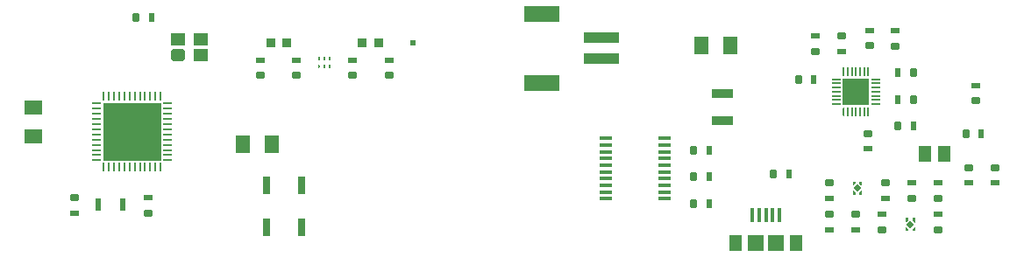
<source format=gtp>
G04*
G04 #@! TF.GenerationSoftware,Altium Limited,Altium Designer,21.3.2 (30)*
G04*
G04 Layer_Color=8421504*
%FSLAX44Y44*%
%MOMM*%
G71*
G04*
G04 #@! TF.SameCoordinates,BB622590-8895-4630-97EF-0A5410F07859*
G04*
G04*
G04 #@! TF.FilePolarity,Positive*
G04*
G01*
G75*
G04:AMPARAMS|DCode=16|XSize=0.4mm|YSize=1.2mm|CornerRadius=0.05mm|HoleSize=0mm|Usage=FLASHONLY|Rotation=90.000|XOffset=0mm|YOffset=0mm|HoleType=Round|Shape=RoundedRectangle|*
%AMROUNDEDRECTD16*
21,1,0.4000,1.1000,0,0,90.0*
21,1,0.3000,1.2000,0,0,90.0*
1,1,0.1000,0.5500,0.1500*
1,1,0.1000,0.5500,-0.1500*
1,1,0.1000,-0.5500,-0.1500*
1,1,0.1000,-0.5500,0.1500*
%
%ADD16ROUNDEDRECTD16*%
%ADD17R,3.5000X1.0000*%
%ADD18R,3.4000X1.5000*%
%ADD19R,0.4800X0.4800*%
%ADD20R,1.8000X1.4000*%
%ADD21R,1.3000X1.5000*%
%ADD22R,1.5000X1.5500*%
%ADD23R,0.4000X1.3500*%
%ADD24R,2.1000X0.9000*%
%ADD25R,2.6000X2.6000*%
%ADD26R,0.8500X0.2000*%
%ADD27R,0.2000X0.8500*%
G04:AMPARAMS|DCode=28|XSize=0.2mm|YSize=0.85mm|CornerRadius=0.05mm|HoleSize=0mm|Usage=FLASHONLY|Rotation=180.000|XOffset=0mm|YOffset=0mm|HoleType=Round|Shape=RoundedRectangle|*
%AMROUNDEDRECTD28*
21,1,0.2000,0.7500,0,0,180.0*
21,1,0.1000,0.8500,0,0,180.0*
1,1,0.1000,-0.0500,0.3750*
1,1,0.1000,0.0500,0.3750*
1,1,0.1000,0.0500,-0.3750*
1,1,0.1000,-0.0500,-0.3750*
%
%ADD28ROUNDEDRECTD28*%
%ADD29P,0.6788X4X360.0*%
%ADD30R,0.2500X0.2200*%
%ADD31R,0.2500X0.2200*%
%ADD32R,0.6000X1.3000*%
%ADD33R,1.4000X1.2000*%
G04:AMPARAMS|DCode=34|XSize=1.2mm|YSize=1.4mm|CornerRadius=0.3mm|HoleSize=0mm|Usage=FLASHONLY|Rotation=90.000|XOffset=0mm|YOffset=0mm|HoleType=Round|Shape=RoundedRectangle|*
%AMROUNDEDRECTD34*
21,1,1.2000,0.8000,0,0,90.0*
21,1,0.6000,1.4000,0,0,90.0*
1,1,0.6000,0.4000,0.3000*
1,1,0.6000,0.4000,-0.3000*
1,1,0.6000,-0.4000,-0.3000*
1,1,0.6000,-0.4000,0.3000*
%
%ADD34ROUNDEDRECTD34*%
%ADD35O,0.2500X0.8500*%
%ADD36R,0.2500X0.8500*%
%ADD37R,0.8500X0.2500*%
%ADD38R,5.6000X5.6000*%
%ADD39R,0.2000X0.3000*%
G04:AMPARAMS|DCode=40|XSize=0.3mm|YSize=0.2mm|CornerRadius=0.05mm|HoleSize=0mm|Usage=FLASHONLY|Rotation=270.000|XOffset=0mm|YOffset=0mm|HoleType=Round|Shape=RoundedRectangle|*
%AMROUNDEDRECTD40*
21,1,0.3000,0.1000,0,0,270.0*
21,1,0.2000,0.2000,0,0,270.0*
1,1,0.1000,-0.0500,-0.1000*
1,1,0.1000,-0.0500,0.1000*
1,1,0.1000,0.0500,0.1000*
1,1,0.1000,0.0500,-0.1000*
%
%ADD40ROUNDEDRECTD40*%
%ADD41R,0.8000X1.7000*%
%ADD42R,1.4000X1.8000*%
%ADD43R,0.9000X0.6000*%
G04:AMPARAMS|DCode=44|XSize=0.6mm|YSize=0.9mm|CornerRadius=0.15mm|HoleSize=0mm|Usage=FLASHONLY|Rotation=270.000|XOffset=0mm|YOffset=0mm|HoleType=Round|Shape=RoundedRectangle|*
%AMROUNDEDRECTD44*
21,1,0.6000,0.6000,0,0,270.0*
21,1,0.3000,0.9000,0,0,270.0*
1,1,0.3000,-0.3000,-0.1500*
1,1,0.3000,-0.3000,0.1500*
1,1,0.3000,0.3000,0.1500*
1,1,0.3000,0.3000,-0.1500*
%
%ADD44ROUNDEDRECTD44*%
%ADD45R,0.6000X0.9000*%
G04:AMPARAMS|DCode=46|XSize=0.6mm|YSize=0.9mm|CornerRadius=0.15mm|HoleSize=0mm|Usage=FLASHONLY|Rotation=0.000|XOffset=0mm|YOffset=0mm|HoleType=Round|Shape=RoundedRectangle|*
%AMROUNDEDRECTD46*
21,1,0.6000,0.6000,0,0,0.0*
21,1,0.3000,0.9000,0,0,0.0*
1,1,0.3000,0.1500,-0.3000*
1,1,0.3000,-0.1500,-0.3000*
1,1,0.3000,-0.1500,0.3000*
1,1,0.3000,0.1500,0.3000*
%
%ADD46ROUNDEDRECTD46*%
%ADD47R,0.8900X0.9400*%
%ADD48R,1.2000X1.5500*%
%ADD49R,1.2000X1.5500*%
G36*
X1339460Y563155D02*
Y560955D01*
X1336960D01*
Y565655D01*
X1339460Y563155D01*
D02*
G37*
G36*
X1345958Y560960D02*
X1343458D01*
Y563160D01*
X1345258Y564960D01*
X1345958D01*
Y560960D01*
D02*
G37*
G36*
X1339458Y571758D02*
X1337657Y569958D01*
X1336958D01*
Y573957D01*
X1339458D01*
Y571758D01*
D02*
G37*
G36*
X1345957Y569958D02*
X1345258D01*
X1343457Y571758D01*
Y573957D01*
X1345957D01*
Y569958D01*
D02*
G37*
G36*
X1390585Y528115D02*
Y525915D01*
X1388085D01*
Y529915D01*
X1388785D01*
X1390585Y528115D01*
D02*
G37*
G36*
X1397085Y525915D02*
X1394585D01*
X1394585Y528115D01*
X1396385Y529915D01*
X1397085Y529915D01*
X1397085Y525915D01*
D02*
G37*
G36*
X1390585Y536713D02*
X1388785Y534913D01*
X1388085Y534913D01*
Y538913D01*
X1390585D01*
Y536713D01*
D02*
G37*
G36*
X1397083Y534217D02*
X1394583Y536717D01*
Y538917D01*
X1397083D01*
Y534217D01*
D02*
G37*
D16*
X1098500Y615793D02*
D03*
X1098500Y609292D02*
D03*
X1098500Y602793D02*
D03*
X1098500Y596292D02*
D03*
Y589793D02*
D03*
Y583293D02*
D03*
Y576792D02*
D03*
X1098500Y570293D02*
D03*
X1098500Y563792D02*
D03*
X1098500Y557293D02*
D03*
X1155500Y615793D02*
D03*
X1155500Y609292D02*
D03*
X1155500Y602793D02*
D03*
X1155500Y596292D02*
D03*
Y589793D02*
D03*
Y583293D02*
D03*
Y576792D02*
D03*
X1155500Y570293D02*
D03*
X1155500Y563792D02*
D03*
X1155500Y557293D02*
D03*
D17*
X1094500Y713000D02*
D03*
Y693000D02*
D03*
D18*
X1037000Y736500D02*
D03*
Y669500D02*
D03*
D19*
X912000Y708000D02*
D03*
D20*
X546000Y618000D02*
D03*
Y646000D02*
D03*
D21*
X1425500Y601000D02*
D03*
X1406500D02*
D03*
D22*
X1263000Y514500D02*
D03*
X1243000D02*
D03*
D23*
X1266000Y541500D02*
D03*
X1259500D02*
D03*
X1253000D02*
D03*
X1246500D02*
D03*
X1240000D02*
D03*
D24*
X1211000Y659000D02*
D03*
Y633000D02*
D03*
D25*
X1340000Y661000D02*
D03*
D26*
X1320750Y649000D02*
D03*
Y653000D02*
D03*
Y657000D02*
D03*
Y661000D02*
D03*
Y665000D02*
D03*
Y669000D02*
D03*
Y673000D02*
D03*
X1359250D02*
D03*
Y669000D02*
D03*
Y665000D02*
D03*
Y661000D02*
D03*
Y657000D02*
D03*
Y653000D02*
D03*
Y649000D02*
D03*
D27*
X1328000Y680250D02*
D03*
X1332000D02*
D03*
X1336000D02*
D03*
X1340000D02*
D03*
X1344000D02*
D03*
X1348000D02*
D03*
X1352000D02*
D03*
Y641750D02*
D03*
X1348000D02*
D03*
X1344000D02*
D03*
X1340000D02*
D03*
X1336000D02*
D03*
X1332000D02*
D03*
D28*
X1328000D02*
D03*
D29*
X1392585Y532413D02*
D03*
X1341458Y567460D02*
D03*
D30*
X1395835Y527013D02*
D03*
X1389335Y527013D02*
D03*
Y537813D02*
D03*
X1344707Y562060D02*
D03*
Y572860D02*
D03*
X1338208D02*
D03*
D31*
X1395833Y537817D02*
D03*
X1338210Y562055D02*
D03*
D32*
X632270Y551646D02*
D03*
X608270D02*
D03*
D33*
X707000Y712000D02*
D03*
Y696000D02*
D03*
X685000Y712000D02*
D03*
D34*
Y696000D02*
D03*
D35*
X613500Y587750D02*
D03*
D36*
X618500D02*
D03*
X623500D02*
D03*
X628500D02*
D03*
X633500D02*
D03*
X638500Y587750D02*
D03*
X643500D02*
D03*
X648500Y587750D02*
D03*
X653500D02*
D03*
X658500D02*
D03*
X663500D02*
D03*
X668500D02*
D03*
Y656250D02*
D03*
X663500D02*
D03*
X658500D02*
D03*
X653500D02*
D03*
X648500D02*
D03*
X643500Y656250D02*
D03*
X638500D02*
D03*
X633500Y656250D02*
D03*
X628500D02*
D03*
X623500D02*
D03*
X618500D02*
D03*
X613500D02*
D03*
D37*
X675250Y594500D02*
D03*
Y599500D02*
D03*
Y604500D02*
D03*
Y609500D02*
D03*
Y614500D02*
D03*
X675250Y619500D02*
D03*
Y624500D02*
D03*
X675250Y629500D02*
D03*
Y634500D02*
D03*
Y639500D02*
D03*
Y644500D02*
D03*
Y649500D02*
D03*
X606750D02*
D03*
Y644500D02*
D03*
Y639500D02*
D03*
Y634500D02*
D03*
Y629500D02*
D03*
X606750Y624500D02*
D03*
Y619500D02*
D03*
X606750Y614500D02*
D03*
Y609500D02*
D03*
Y604500D02*
D03*
Y599500D02*
D03*
Y594500D02*
D03*
D38*
X641000Y622000D02*
D03*
D39*
X827000Y693000D02*
D03*
Y685000D02*
D03*
X832000D02*
D03*
X822000Y693000D02*
D03*
X832000D02*
D03*
D40*
X822000Y685000D02*
D03*
D41*
X771000Y530000D02*
D03*
X805000D02*
D03*
X771000Y570000D02*
D03*
X805000D02*
D03*
D42*
X748000Y610000D02*
D03*
X776000D02*
D03*
X1219000Y706000D02*
D03*
X1191000D02*
D03*
D43*
X1352000Y605500D02*
D03*
X1378000Y720000D02*
D03*
X1456000Y667043D02*
D03*
X1353000Y720498D02*
D03*
X1326333Y700000D02*
D03*
X1419628Y541915D02*
D03*
X1419585Y572957D02*
D03*
X1394043D02*
D03*
X1365543Y541915D02*
D03*
X1314458Y526915D02*
D03*
X1340000D02*
D03*
X1368500Y557957D02*
D03*
X1300457Y715000D02*
D03*
X800000Y691708D02*
D03*
X765000D02*
D03*
X854000D02*
D03*
X889000D02*
D03*
X1314415Y557957D02*
D03*
X1449000Y572500D02*
D03*
X1474543D02*
D03*
X585000Y543500D02*
D03*
X656793Y558500D02*
D03*
D44*
X1352000Y620500D02*
D03*
X1378000Y705000D02*
D03*
X1456000Y652043D02*
D03*
X1353000Y705498D02*
D03*
X1326333Y715000D02*
D03*
X1419628Y526915D02*
D03*
X1419585Y557957D02*
D03*
X1394043D02*
D03*
X1365542Y526915D02*
D03*
X1314458Y541915D02*
D03*
X1340000D02*
D03*
X1368500Y572957D02*
D03*
X1300457Y700000D02*
D03*
X800000Y676708D02*
D03*
X765000D02*
D03*
X854000Y676708D02*
D03*
X889000Y676708D02*
D03*
X1314415Y572957D02*
D03*
X1449000Y587500D02*
D03*
X1474543D02*
D03*
X585000Y558500D02*
D03*
X656793Y543500D02*
D03*
D45*
X1275500Y581000D02*
D03*
X1461042Y620000D02*
D03*
X1299500Y673000D02*
D03*
X1380499Y679189D02*
D03*
X1380500Y653542D02*
D03*
X1395500Y628000D02*
D03*
X1198500Y552293D02*
D03*
Y578750D02*
D03*
Y604293D02*
D03*
X659500Y733000D02*
D03*
D46*
X1260500Y581000D02*
D03*
X1446042Y620000D02*
D03*
X1284500Y673000D02*
D03*
X1395499Y679189D02*
D03*
X1395500Y653542D02*
D03*
X1380500Y628000D02*
D03*
X1183500Y552293D02*
D03*
Y578750D02*
D03*
Y604293D02*
D03*
X644500Y733000D02*
D03*
D47*
X775000Y708000D02*
D03*
X790700D02*
D03*
X863150D02*
D03*
X878850D02*
D03*
D48*
X1282005Y514505D02*
D03*
D49*
X1224005Y514505D02*
D03*
M02*

</source>
